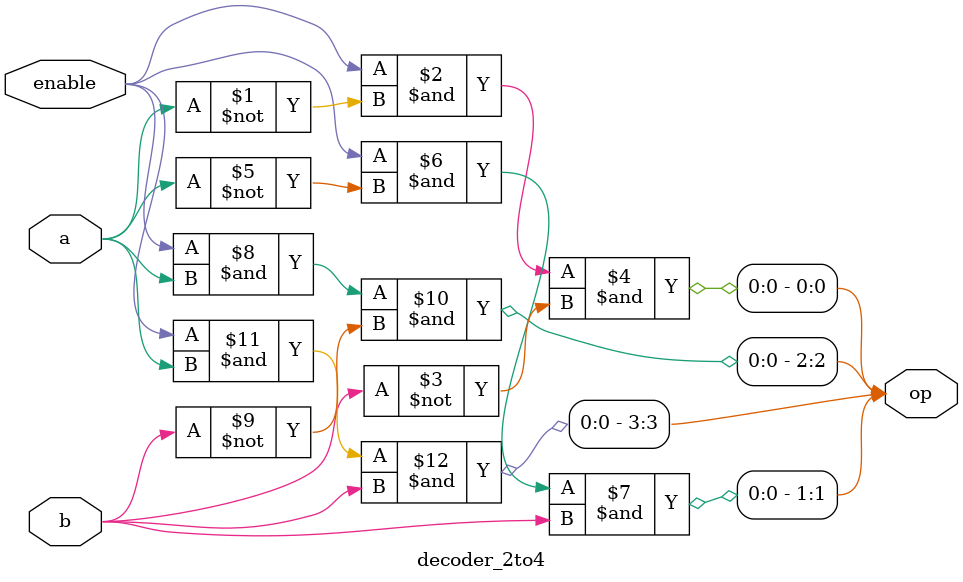
<source format=v>
module decoder_2to4(enable,a,b,op);
input enable;
input a,b;
output [3:0]op;
  assign op[0]=(enable & ~a & ~b);
  assign op[1]=(enable & ~a & b);
  assign op[2]=(enable & a & ~b);
  assign op[3]=(enable & a & b);
endmodule

</source>
